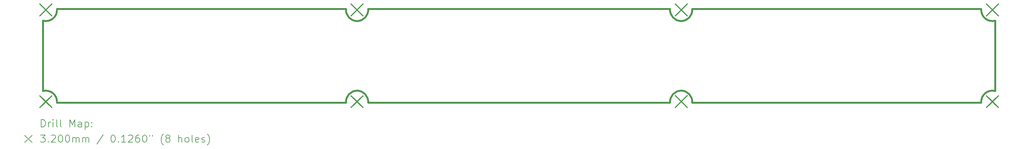
<source format=gbr>
%TF.GenerationSoftware,KiCad,Pcbnew,7.0.2-0*%
%TF.CreationDate,2023-05-18T01:16:30+02:00*%
%TF.ProjectId,LE,4c452e6b-6963-4616-945f-706362585858,rev?*%
%TF.SameCoordinates,PXfd9f08PY7735940*%
%TF.FileFunction,Drillmap*%
%TF.FilePolarity,Positive*%
%FSLAX45Y45*%
G04 Gerber Fmt 4.5, Leading zero omitted, Abs format (unit mm)*
G04 Created by KiCad (PCBNEW 7.0.2-0) date 2023-05-18 01:16:30*
%MOMM*%
%LPD*%
G01*
G04 APERTURE LIST*
%ADD10C,0.500000*%
%ADD11C,0.200000*%
%ADD12C,0.320000*%
G04 APERTURE END LIST*
D10*
X9100000Y2875000D02*
X17300000Y2875000D01*
X270000Y640432D02*
X270000Y2559568D01*
X26130000Y2559568D02*
X26130000Y640432D01*
X26129208Y640430D02*
G75*
G03*
X25750000Y325000I-79210J-290430D01*
G01*
X17300000Y325000D02*
X9100000Y325000D01*
X8500000Y2875000D02*
G75*
G03*
X9100000Y2875000I300000J-25000D01*
G01*
X25749998Y2875000D02*
G75*
G03*
X26129209Y2559568I300000J-25000D01*
G01*
X650000Y325000D02*
G75*
G03*
X270791Y640432I-300000J25000D01*
G01*
X17300000Y2875000D02*
G75*
G03*
X17900000Y2875000I300000J-25000D01*
G01*
X8500000Y325000D02*
X650000Y325000D01*
X17900000Y325000D02*
G75*
G03*
X17300000Y325000I-300000J25000D01*
G01*
X9100000Y325000D02*
G75*
G03*
X8500000Y325000I-300000J25000D01*
G01*
X270791Y2559568D02*
G75*
G03*
X650000Y2875000I79209J290432D01*
G01*
X25750000Y325000D02*
X17900000Y325000D01*
X17900000Y2875000D02*
X25750000Y2875000D01*
X650000Y2875000D02*
X8500000Y2875000D01*
D11*
D12*
X190000Y3010000D02*
X510000Y2690000D01*
X510000Y3010000D02*
X190000Y2690000D01*
X190000Y510000D02*
X510000Y190000D01*
X510000Y510000D02*
X190000Y190000D01*
X8640000Y3010000D02*
X8960000Y2690000D01*
X8960000Y3010000D02*
X8640000Y2690000D01*
X8640000Y510000D02*
X8960000Y190000D01*
X8960000Y510000D02*
X8640000Y190000D01*
X17440000Y3010000D02*
X17760000Y2690000D01*
X17760000Y3010000D02*
X17440000Y2690000D01*
X17440000Y512870D02*
X17760000Y192870D01*
X17760000Y512870D02*
X17440000Y192870D01*
X25890000Y3010000D02*
X26210000Y2690000D01*
X26210000Y3010000D02*
X25890000Y2690000D01*
X25890000Y510000D02*
X26210000Y190000D01*
X26210000Y510000D02*
X25890000Y190000D01*
D11*
X222619Y-337524D02*
X222619Y-137524D01*
X222619Y-137524D02*
X270238Y-137524D01*
X270238Y-137524D02*
X298810Y-147048D01*
X298810Y-147048D02*
X317857Y-166095D01*
X317857Y-166095D02*
X327381Y-185143D01*
X327381Y-185143D02*
X336905Y-223238D01*
X336905Y-223238D02*
X336905Y-251809D01*
X336905Y-251809D02*
X327381Y-289905D01*
X327381Y-289905D02*
X317857Y-308952D01*
X317857Y-308952D02*
X298810Y-328000D01*
X298810Y-328000D02*
X270238Y-337524D01*
X270238Y-337524D02*
X222619Y-337524D01*
X422619Y-337524D02*
X422619Y-204190D01*
X422619Y-242286D02*
X432143Y-223238D01*
X432143Y-223238D02*
X441667Y-213714D01*
X441667Y-213714D02*
X460714Y-204190D01*
X460714Y-204190D02*
X479762Y-204190D01*
X546429Y-337524D02*
X546429Y-204190D01*
X546429Y-137524D02*
X536905Y-147048D01*
X536905Y-147048D02*
X546429Y-156571D01*
X546429Y-156571D02*
X555952Y-147048D01*
X555952Y-147048D02*
X546429Y-137524D01*
X546429Y-137524D02*
X546429Y-156571D01*
X670238Y-337524D02*
X651190Y-328000D01*
X651190Y-328000D02*
X641667Y-308952D01*
X641667Y-308952D02*
X641667Y-137524D01*
X775000Y-337524D02*
X755952Y-328000D01*
X755952Y-328000D02*
X746428Y-308952D01*
X746428Y-308952D02*
X746428Y-137524D01*
X1003571Y-337524D02*
X1003571Y-137524D01*
X1003571Y-137524D02*
X1070238Y-280381D01*
X1070238Y-280381D02*
X1136905Y-137524D01*
X1136905Y-137524D02*
X1136905Y-337524D01*
X1317857Y-337524D02*
X1317857Y-232762D01*
X1317857Y-232762D02*
X1308333Y-213714D01*
X1308333Y-213714D02*
X1289286Y-204190D01*
X1289286Y-204190D02*
X1251190Y-204190D01*
X1251190Y-204190D02*
X1232143Y-213714D01*
X1317857Y-328000D02*
X1298810Y-337524D01*
X1298810Y-337524D02*
X1251190Y-337524D01*
X1251190Y-337524D02*
X1232143Y-328000D01*
X1232143Y-328000D02*
X1222619Y-308952D01*
X1222619Y-308952D02*
X1222619Y-289905D01*
X1222619Y-289905D02*
X1232143Y-270857D01*
X1232143Y-270857D02*
X1251190Y-261333D01*
X1251190Y-261333D02*
X1298810Y-261333D01*
X1298810Y-261333D02*
X1317857Y-251809D01*
X1413095Y-204190D02*
X1413095Y-404190D01*
X1413095Y-213714D02*
X1432143Y-204190D01*
X1432143Y-204190D02*
X1470238Y-204190D01*
X1470238Y-204190D02*
X1489286Y-213714D01*
X1489286Y-213714D02*
X1498809Y-223238D01*
X1498809Y-223238D02*
X1508333Y-242286D01*
X1508333Y-242286D02*
X1508333Y-299429D01*
X1508333Y-299429D02*
X1498809Y-318476D01*
X1498809Y-318476D02*
X1489286Y-328000D01*
X1489286Y-328000D02*
X1470238Y-337524D01*
X1470238Y-337524D02*
X1432143Y-337524D01*
X1432143Y-337524D02*
X1413095Y-328000D01*
X1594048Y-318476D02*
X1603571Y-328000D01*
X1603571Y-328000D02*
X1594048Y-337524D01*
X1594048Y-337524D02*
X1584524Y-328000D01*
X1584524Y-328000D02*
X1594048Y-318476D01*
X1594048Y-318476D02*
X1594048Y-337524D01*
X1594048Y-213714D02*
X1603571Y-223238D01*
X1603571Y-223238D02*
X1594048Y-232762D01*
X1594048Y-232762D02*
X1584524Y-223238D01*
X1584524Y-223238D02*
X1594048Y-213714D01*
X1594048Y-213714D02*
X1594048Y-232762D01*
X-225000Y-565000D02*
X-25000Y-765000D01*
X-25000Y-565000D02*
X-225000Y-765000D01*
X203571Y-557524D02*
X327381Y-557524D01*
X327381Y-557524D02*
X260714Y-633714D01*
X260714Y-633714D02*
X289286Y-633714D01*
X289286Y-633714D02*
X308333Y-643238D01*
X308333Y-643238D02*
X317857Y-652762D01*
X317857Y-652762D02*
X327381Y-671810D01*
X327381Y-671810D02*
X327381Y-719428D01*
X327381Y-719428D02*
X317857Y-738476D01*
X317857Y-738476D02*
X308333Y-748000D01*
X308333Y-748000D02*
X289286Y-757524D01*
X289286Y-757524D02*
X232143Y-757524D01*
X232143Y-757524D02*
X213095Y-748000D01*
X213095Y-748000D02*
X203571Y-738476D01*
X413095Y-738476D02*
X422619Y-748000D01*
X422619Y-748000D02*
X413095Y-757524D01*
X413095Y-757524D02*
X403571Y-748000D01*
X403571Y-748000D02*
X413095Y-738476D01*
X413095Y-738476D02*
X413095Y-757524D01*
X498809Y-576571D02*
X508333Y-567048D01*
X508333Y-567048D02*
X527381Y-557524D01*
X527381Y-557524D02*
X575000Y-557524D01*
X575000Y-557524D02*
X594048Y-567048D01*
X594048Y-567048D02*
X603571Y-576571D01*
X603571Y-576571D02*
X613095Y-595619D01*
X613095Y-595619D02*
X613095Y-614667D01*
X613095Y-614667D02*
X603571Y-643238D01*
X603571Y-643238D02*
X489286Y-757524D01*
X489286Y-757524D02*
X613095Y-757524D01*
X736905Y-557524D02*
X755952Y-557524D01*
X755952Y-557524D02*
X775000Y-567048D01*
X775000Y-567048D02*
X784524Y-576571D01*
X784524Y-576571D02*
X794048Y-595619D01*
X794048Y-595619D02*
X803571Y-633714D01*
X803571Y-633714D02*
X803571Y-681333D01*
X803571Y-681333D02*
X794048Y-719428D01*
X794048Y-719428D02*
X784524Y-738476D01*
X784524Y-738476D02*
X775000Y-748000D01*
X775000Y-748000D02*
X755952Y-757524D01*
X755952Y-757524D02*
X736905Y-757524D01*
X736905Y-757524D02*
X717857Y-748000D01*
X717857Y-748000D02*
X708333Y-738476D01*
X708333Y-738476D02*
X698810Y-719428D01*
X698810Y-719428D02*
X689286Y-681333D01*
X689286Y-681333D02*
X689286Y-633714D01*
X689286Y-633714D02*
X698810Y-595619D01*
X698810Y-595619D02*
X708333Y-576571D01*
X708333Y-576571D02*
X717857Y-567048D01*
X717857Y-567048D02*
X736905Y-557524D01*
X927381Y-557524D02*
X946429Y-557524D01*
X946429Y-557524D02*
X965476Y-567048D01*
X965476Y-567048D02*
X975000Y-576571D01*
X975000Y-576571D02*
X984524Y-595619D01*
X984524Y-595619D02*
X994048Y-633714D01*
X994048Y-633714D02*
X994048Y-681333D01*
X994048Y-681333D02*
X984524Y-719428D01*
X984524Y-719428D02*
X975000Y-738476D01*
X975000Y-738476D02*
X965476Y-748000D01*
X965476Y-748000D02*
X946429Y-757524D01*
X946429Y-757524D02*
X927381Y-757524D01*
X927381Y-757524D02*
X908333Y-748000D01*
X908333Y-748000D02*
X898809Y-738476D01*
X898809Y-738476D02*
X889286Y-719428D01*
X889286Y-719428D02*
X879762Y-681333D01*
X879762Y-681333D02*
X879762Y-633714D01*
X879762Y-633714D02*
X889286Y-595619D01*
X889286Y-595619D02*
X898809Y-576571D01*
X898809Y-576571D02*
X908333Y-567048D01*
X908333Y-567048D02*
X927381Y-557524D01*
X1079762Y-757524D02*
X1079762Y-624190D01*
X1079762Y-643238D02*
X1089286Y-633714D01*
X1089286Y-633714D02*
X1108333Y-624190D01*
X1108333Y-624190D02*
X1136905Y-624190D01*
X1136905Y-624190D02*
X1155952Y-633714D01*
X1155952Y-633714D02*
X1165476Y-652762D01*
X1165476Y-652762D02*
X1165476Y-757524D01*
X1165476Y-652762D02*
X1175000Y-633714D01*
X1175000Y-633714D02*
X1194048Y-624190D01*
X1194048Y-624190D02*
X1222619Y-624190D01*
X1222619Y-624190D02*
X1241667Y-633714D01*
X1241667Y-633714D02*
X1251191Y-652762D01*
X1251191Y-652762D02*
X1251191Y-757524D01*
X1346429Y-757524D02*
X1346429Y-624190D01*
X1346429Y-643238D02*
X1355952Y-633714D01*
X1355952Y-633714D02*
X1375000Y-624190D01*
X1375000Y-624190D02*
X1403571Y-624190D01*
X1403571Y-624190D02*
X1422619Y-633714D01*
X1422619Y-633714D02*
X1432143Y-652762D01*
X1432143Y-652762D02*
X1432143Y-757524D01*
X1432143Y-652762D02*
X1441667Y-633714D01*
X1441667Y-633714D02*
X1460714Y-624190D01*
X1460714Y-624190D02*
X1489286Y-624190D01*
X1489286Y-624190D02*
X1508333Y-633714D01*
X1508333Y-633714D02*
X1517857Y-652762D01*
X1517857Y-652762D02*
X1517857Y-757524D01*
X1908333Y-548000D02*
X1736905Y-805143D01*
X2165476Y-557524D02*
X2184524Y-557524D01*
X2184524Y-557524D02*
X2203572Y-567048D01*
X2203572Y-567048D02*
X2213095Y-576571D01*
X2213095Y-576571D02*
X2222619Y-595619D01*
X2222619Y-595619D02*
X2232143Y-633714D01*
X2232143Y-633714D02*
X2232143Y-681333D01*
X2232143Y-681333D02*
X2222619Y-719428D01*
X2222619Y-719428D02*
X2213095Y-738476D01*
X2213095Y-738476D02*
X2203572Y-748000D01*
X2203572Y-748000D02*
X2184524Y-757524D01*
X2184524Y-757524D02*
X2165476Y-757524D01*
X2165476Y-757524D02*
X2146429Y-748000D01*
X2146429Y-748000D02*
X2136905Y-738476D01*
X2136905Y-738476D02*
X2127381Y-719428D01*
X2127381Y-719428D02*
X2117857Y-681333D01*
X2117857Y-681333D02*
X2117857Y-633714D01*
X2117857Y-633714D02*
X2127381Y-595619D01*
X2127381Y-595619D02*
X2136905Y-576571D01*
X2136905Y-576571D02*
X2146429Y-567048D01*
X2146429Y-567048D02*
X2165476Y-557524D01*
X2317857Y-738476D02*
X2327381Y-748000D01*
X2327381Y-748000D02*
X2317857Y-757524D01*
X2317857Y-757524D02*
X2308334Y-748000D01*
X2308334Y-748000D02*
X2317857Y-738476D01*
X2317857Y-738476D02*
X2317857Y-757524D01*
X2517857Y-757524D02*
X2403572Y-757524D01*
X2460714Y-757524D02*
X2460714Y-557524D01*
X2460714Y-557524D02*
X2441667Y-586095D01*
X2441667Y-586095D02*
X2422619Y-605143D01*
X2422619Y-605143D02*
X2403572Y-614667D01*
X2594048Y-576571D02*
X2603572Y-567048D01*
X2603572Y-567048D02*
X2622619Y-557524D01*
X2622619Y-557524D02*
X2670238Y-557524D01*
X2670238Y-557524D02*
X2689286Y-567048D01*
X2689286Y-567048D02*
X2698810Y-576571D01*
X2698810Y-576571D02*
X2708334Y-595619D01*
X2708334Y-595619D02*
X2708334Y-614667D01*
X2708334Y-614667D02*
X2698810Y-643238D01*
X2698810Y-643238D02*
X2584524Y-757524D01*
X2584524Y-757524D02*
X2708334Y-757524D01*
X2879762Y-557524D02*
X2841667Y-557524D01*
X2841667Y-557524D02*
X2822619Y-567048D01*
X2822619Y-567048D02*
X2813095Y-576571D01*
X2813095Y-576571D02*
X2794048Y-605143D01*
X2794048Y-605143D02*
X2784524Y-643238D01*
X2784524Y-643238D02*
X2784524Y-719428D01*
X2784524Y-719428D02*
X2794048Y-738476D01*
X2794048Y-738476D02*
X2803572Y-748000D01*
X2803572Y-748000D02*
X2822619Y-757524D01*
X2822619Y-757524D02*
X2860714Y-757524D01*
X2860714Y-757524D02*
X2879762Y-748000D01*
X2879762Y-748000D02*
X2889286Y-738476D01*
X2889286Y-738476D02*
X2898810Y-719428D01*
X2898810Y-719428D02*
X2898810Y-671810D01*
X2898810Y-671810D02*
X2889286Y-652762D01*
X2889286Y-652762D02*
X2879762Y-643238D01*
X2879762Y-643238D02*
X2860714Y-633714D01*
X2860714Y-633714D02*
X2822619Y-633714D01*
X2822619Y-633714D02*
X2803572Y-643238D01*
X2803572Y-643238D02*
X2794048Y-652762D01*
X2794048Y-652762D02*
X2784524Y-671810D01*
X3022619Y-557524D02*
X3041667Y-557524D01*
X3041667Y-557524D02*
X3060714Y-567048D01*
X3060714Y-567048D02*
X3070238Y-576571D01*
X3070238Y-576571D02*
X3079762Y-595619D01*
X3079762Y-595619D02*
X3089286Y-633714D01*
X3089286Y-633714D02*
X3089286Y-681333D01*
X3089286Y-681333D02*
X3079762Y-719428D01*
X3079762Y-719428D02*
X3070238Y-738476D01*
X3070238Y-738476D02*
X3060714Y-748000D01*
X3060714Y-748000D02*
X3041667Y-757524D01*
X3041667Y-757524D02*
X3022619Y-757524D01*
X3022619Y-757524D02*
X3003572Y-748000D01*
X3003572Y-748000D02*
X2994048Y-738476D01*
X2994048Y-738476D02*
X2984524Y-719428D01*
X2984524Y-719428D02*
X2975000Y-681333D01*
X2975000Y-681333D02*
X2975000Y-633714D01*
X2975000Y-633714D02*
X2984524Y-595619D01*
X2984524Y-595619D02*
X2994048Y-576571D01*
X2994048Y-576571D02*
X3003572Y-567048D01*
X3003572Y-567048D02*
X3022619Y-557524D01*
X3165476Y-557524D02*
X3165476Y-595619D01*
X3241667Y-557524D02*
X3241667Y-595619D01*
X3536905Y-833714D02*
X3527381Y-824190D01*
X3527381Y-824190D02*
X3508334Y-795619D01*
X3508334Y-795619D02*
X3498810Y-776571D01*
X3498810Y-776571D02*
X3489286Y-748000D01*
X3489286Y-748000D02*
X3479762Y-700381D01*
X3479762Y-700381D02*
X3479762Y-662286D01*
X3479762Y-662286D02*
X3489286Y-614667D01*
X3489286Y-614667D02*
X3498810Y-586095D01*
X3498810Y-586095D02*
X3508334Y-567048D01*
X3508334Y-567048D02*
X3527381Y-538476D01*
X3527381Y-538476D02*
X3536905Y-528952D01*
X3641667Y-643238D02*
X3622619Y-633714D01*
X3622619Y-633714D02*
X3613095Y-624190D01*
X3613095Y-624190D02*
X3603572Y-605143D01*
X3603572Y-605143D02*
X3603572Y-595619D01*
X3603572Y-595619D02*
X3613095Y-576571D01*
X3613095Y-576571D02*
X3622619Y-567048D01*
X3622619Y-567048D02*
X3641667Y-557524D01*
X3641667Y-557524D02*
X3679762Y-557524D01*
X3679762Y-557524D02*
X3698810Y-567048D01*
X3698810Y-567048D02*
X3708334Y-576571D01*
X3708334Y-576571D02*
X3717857Y-595619D01*
X3717857Y-595619D02*
X3717857Y-605143D01*
X3717857Y-605143D02*
X3708334Y-624190D01*
X3708334Y-624190D02*
X3698810Y-633714D01*
X3698810Y-633714D02*
X3679762Y-643238D01*
X3679762Y-643238D02*
X3641667Y-643238D01*
X3641667Y-643238D02*
X3622619Y-652762D01*
X3622619Y-652762D02*
X3613095Y-662286D01*
X3613095Y-662286D02*
X3603572Y-681333D01*
X3603572Y-681333D02*
X3603572Y-719428D01*
X3603572Y-719428D02*
X3613095Y-738476D01*
X3613095Y-738476D02*
X3622619Y-748000D01*
X3622619Y-748000D02*
X3641667Y-757524D01*
X3641667Y-757524D02*
X3679762Y-757524D01*
X3679762Y-757524D02*
X3698810Y-748000D01*
X3698810Y-748000D02*
X3708334Y-738476D01*
X3708334Y-738476D02*
X3717857Y-719428D01*
X3717857Y-719428D02*
X3717857Y-681333D01*
X3717857Y-681333D02*
X3708334Y-662286D01*
X3708334Y-662286D02*
X3698810Y-652762D01*
X3698810Y-652762D02*
X3679762Y-643238D01*
X3955953Y-757524D02*
X3955953Y-557524D01*
X4041667Y-757524D02*
X4041667Y-652762D01*
X4041667Y-652762D02*
X4032143Y-633714D01*
X4032143Y-633714D02*
X4013096Y-624190D01*
X4013096Y-624190D02*
X3984524Y-624190D01*
X3984524Y-624190D02*
X3965476Y-633714D01*
X3965476Y-633714D02*
X3955953Y-643238D01*
X4165476Y-757524D02*
X4146429Y-748000D01*
X4146429Y-748000D02*
X4136905Y-738476D01*
X4136905Y-738476D02*
X4127381Y-719428D01*
X4127381Y-719428D02*
X4127381Y-662286D01*
X4127381Y-662286D02*
X4136905Y-643238D01*
X4136905Y-643238D02*
X4146429Y-633714D01*
X4146429Y-633714D02*
X4165476Y-624190D01*
X4165476Y-624190D02*
X4194048Y-624190D01*
X4194048Y-624190D02*
X4213096Y-633714D01*
X4213096Y-633714D02*
X4222619Y-643238D01*
X4222619Y-643238D02*
X4232143Y-662286D01*
X4232143Y-662286D02*
X4232143Y-719428D01*
X4232143Y-719428D02*
X4222619Y-738476D01*
X4222619Y-738476D02*
X4213096Y-748000D01*
X4213096Y-748000D02*
X4194048Y-757524D01*
X4194048Y-757524D02*
X4165476Y-757524D01*
X4346429Y-757524D02*
X4327381Y-748000D01*
X4327381Y-748000D02*
X4317858Y-728952D01*
X4317858Y-728952D02*
X4317858Y-557524D01*
X4498810Y-748000D02*
X4479762Y-757524D01*
X4479762Y-757524D02*
X4441667Y-757524D01*
X4441667Y-757524D02*
X4422619Y-748000D01*
X4422619Y-748000D02*
X4413096Y-728952D01*
X4413096Y-728952D02*
X4413096Y-652762D01*
X4413096Y-652762D02*
X4422619Y-633714D01*
X4422619Y-633714D02*
X4441667Y-624190D01*
X4441667Y-624190D02*
X4479762Y-624190D01*
X4479762Y-624190D02*
X4498810Y-633714D01*
X4498810Y-633714D02*
X4508334Y-652762D01*
X4508334Y-652762D02*
X4508334Y-671810D01*
X4508334Y-671810D02*
X4413096Y-690857D01*
X4584524Y-748000D02*
X4603572Y-757524D01*
X4603572Y-757524D02*
X4641667Y-757524D01*
X4641667Y-757524D02*
X4660715Y-748000D01*
X4660715Y-748000D02*
X4670239Y-728952D01*
X4670239Y-728952D02*
X4670239Y-719428D01*
X4670239Y-719428D02*
X4660715Y-700381D01*
X4660715Y-700381D02*
X4641667Y-690857D01*
X4641667Y-690857D02*
X4613096Y-690857D01*
X4613096Y-690857D02*
X4594048Y-681333D01*
X4594048Y-681333D02*
X4584524Y-662286D01*
X4584524Y-662286D02*
X4584524Y-652762D01*
X4584524Y-652762D02*
X4594048Y-633714D01*
X4594048Y-633714D02*
X4613096Y-624190D01*
X4613096Y-624190D02*
X4641667Y-624190D01*
X4641667Y-624190D02*
X4660715Y-633714D01*
X4736905Y-833714D02*
X4746429Y-824190D01*
X4746429Y-824190D02*
X4765477Y-795619D01*
X4765477Y-795619D02*
X4775000Y-776571D01*
X4775000Y-776571D02*
X4784524Y-748000D01*
X4784524Y-748000D02*
X4794048Y-700381D01*
X4794048Y-700381D02*
X4794048Y-662286D01*
X4794048Y-662286D02*
X4784524Y-614667D01*
X4784524Y-614667D02*
X4775000Y-586095D01*
X4775000Y-586095D02*
X4765477Y-567048D01*
X4765477Y-567048D02*
X4746429Y-538476D01*
X4746429Y-538476D02*
X4736905Y-528952D01*
M02*

</source>
